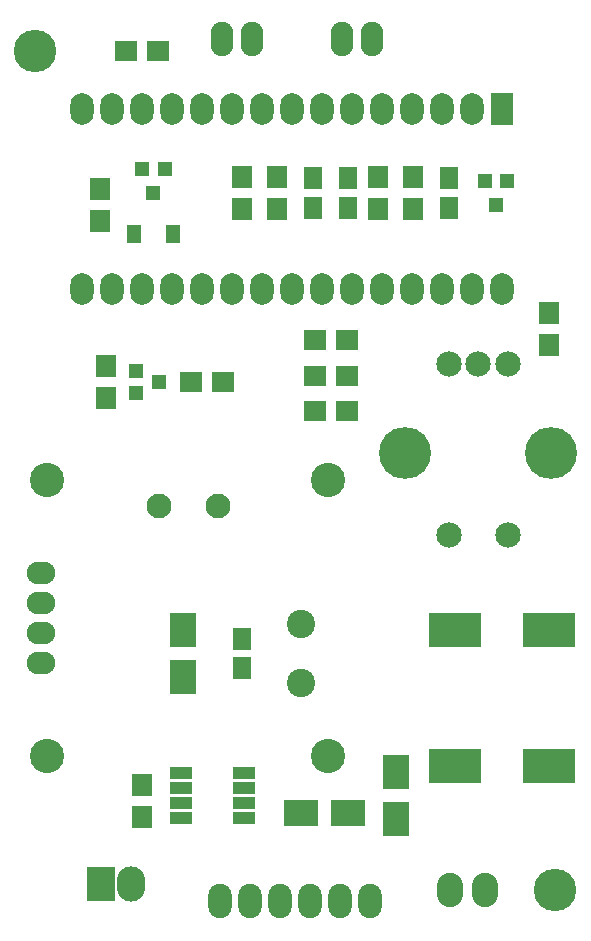
<source format=gbr>
G04 #@! TF.FileFunction,Soldermask,Top*
%FSLAX46Y46*%
G04 Gerber Fmt 4.6, Leading zero omitted, Abs format (unit mm)*
G04 Created by KiCad (PCBNEW 4.0.4-stable) date 08/18/21 08:25:54*
%MOMM*%
%LPD*%
G01*
G04 APERTURE LIST*
%ADD10C,0.100000*%
%ADD11R,1.974800X2.686000*%
%ADD12O,1.974800X2.686000*%
%ADD13O,1.920000X2.920000*%
%ADD14C,3.600000*%
%ADD15R,2.400000X3.000000*%
%ADD16O,2.400000X3.000000*%
%ADD17O,2.200000X2.900000*%
%ADD18O,2.000000X2.900000*%
%ADD19C,2.400000*%
%ADD20R,4.400000X2.900000*%
%ADD21R,2.200000X2.900000*%
%ADD22R,1.200000X1.300000*%
%ADD23R,1.300000X1.600000*%
%ADD24C,2.150000*%
%ADD25O,4.400000X4.400000*%
%ADD26R,1.700000X1.900000*%
%ADD27R,1.950000X1.000000*%
%ADD28O,2.400000X1.924000*%
%ADD29C,2.900000*%
%ADD30R,1.300000X1.200000*%
%ADD31R,1.900000X1.700000*%
%ADD32C,2.100000*%
%ADD33R,2.900000X2.200000*%
%ADD34R,1.650000X1.900000*%
G04 APERTURE END LIST*
D10*
D11*
X112550000Y-60880000D03*
D12*
X110010000Y-60880000D03*
X107470000Y-60880000D03*
X104930000Y-60880000D03*
X102390000Y-60880000D03*
X99850000Y-60880000D03*
X97310000Y-60880000D03*
X94770000Y-60880000D03*
X92230000Y-60880000D03*
X89690000Y-60880000D03*
X87150000Y-60880000D03*
X84610000Y-60880000D03*
X82070000Y-60880000D03*
X79530000Y-60880000D03*
X76990000Y-60880000D03*
X76990000Y-76120000D03*
X79530000Y-76120000D03*
X82070000Y-76120000D03*
X84610000Y-76120000D03*
X87150000Y-76120000D03*
X89690000Y-76120000D03*
X92230000Y-76120000D03*
X94770000Y-76120000D03*
X97310000Y-76120000D03*
X99850000Y-76120000D03*
X102390000Y-76120000D03*
X104930000Y-76120000D03*
X107470000Y-76120000D03*
X110010000Y-76120000D03*
X112550000Y-76120000D03*
D13*
X88800000Y-55000000D03*
X91340000Y-55000000D03*
X99000000Y-55000000D03*
X101540000Y-55000000D03*
D14*
X73000000Y-56000000D03*
X117000000Y-127000000D03*
D15*
X78600000Y-126500000D03*
D16*
X81140000Y-126500000D03*
D17*
X111100000Y-127000000D03*
X108100000Y-127000000D03*
D18*
X88640000Y-128000000D03*
X91180000Y-128000000D03*
X93720000Y-128000000D03*
X96260000Y-128000000D03*
X98800000Y-128000000D03*
X101340000Y-128000000D03*
D19*
X95500000Y-109500000D03*
X95500000Y-104500000D03*
D20*
X108500000Y-116500000D03*
X116500000Y-116500000D03*
D21*
X103500000Y-117000000D03*
X103500000Y-121000000D03*
D22*
X83950000Y-66000000D03*
X82050000Y-66000000D03*
X83000000Y-68000000D03*
D23*
X81350000Y-71500000D03*
X84650000Y-71500000D03*
D22*
X112950000Y-67000000D03*
X111050000Y-67000000D03*
X112000000Y-69000000D03*
D24*
X113000000Y-82500000D03*
X108000000Y-82500000D03*
X110500000Y-82500000D03*
X108000000Y-97000000D03*
X113000000Y-97000000D03*
D25*
X104300000Y-90000000D03*
X116700000Y-90000000D03*
D26*
X93500000Y-69350000D03*
X93500000Y-66650000D03*
D27*
X85300000Y-117095000D03*
X85300000Y-118365000D03*
X85300000Y-119635000D03*
X85300000Y-120905000D03*
X90700000Y-120905000D03*
X90700000Y-119635000D03*
X90700000Y-118365000D03*
X90700000Y-117095000D03*
D28*
X73500000Y-107810000D03*
X73500000Y-105270000D03*
X73500000Y-102730000D03*
X73500000Y-100190000D03*
D29*
X97800000Y-115650000D03*
X74000000Y-115650000D03*
X74000000Y-92350000D03*
X97800000Y-92350000D03*
D30*
X81500000Y-83050000D03*
X81500000Y-84950000D03*
X83500000Y-84000000D03*
D26*
X82000000Y-120850000D03*
X82000000Y-118150000D03*
X116500000Y-78150000D03*
X116500000Y-80850000D03*
D31*
X96650000Y-80500000D03*
X99350000Y-80500000D03*
X99350000Y-83500000D03*
X96650000Y-83500000D03*
X96650000Y-86500000D03*
X99350000Y-86500000D03*
D26*
X79000000Y-82650000D03*
X79000000Y-85350000D03*
X90500000Y-66650000D03*
X90500000Y-69350000D03*
D31*
X86150000Y-84000000D03*
X88850000Y-84000000D03*
X80650000Y-56000000D03*
X83350000Y-56000000D03*
D26*
X78500000Y-67650000D03*
X78500000Y-70350000D03*
X105000000Y-66650000D03*
X105000000Y-69350000D03*
X102000000Y-69350000D03*
X102000000Y-66650000D03*
D32*
X83500000Y-94500000D03*
X88500000Y-94500000D03*
D21*
X85500000Y-109000000D03*
X85500000Y-105000000D03*
D33*
X95500000Y-120500000D03*
X99500000Y-120500000D03*
D34*
X90500000Y-108250000D03*
X90500000Y-105750000D03*
D20*
X108500000Y-105000000D03*
X116500000Y-105000000D03*
D34*
X99500000Y-69250000D03*
X99500000Y-66750000D03*
X96500000Y-69250000D03*
X96500000Y-66750000D03*
X108000000Y-69250000D03*
X108000000Y-66750000D03*
M02*

</source>
